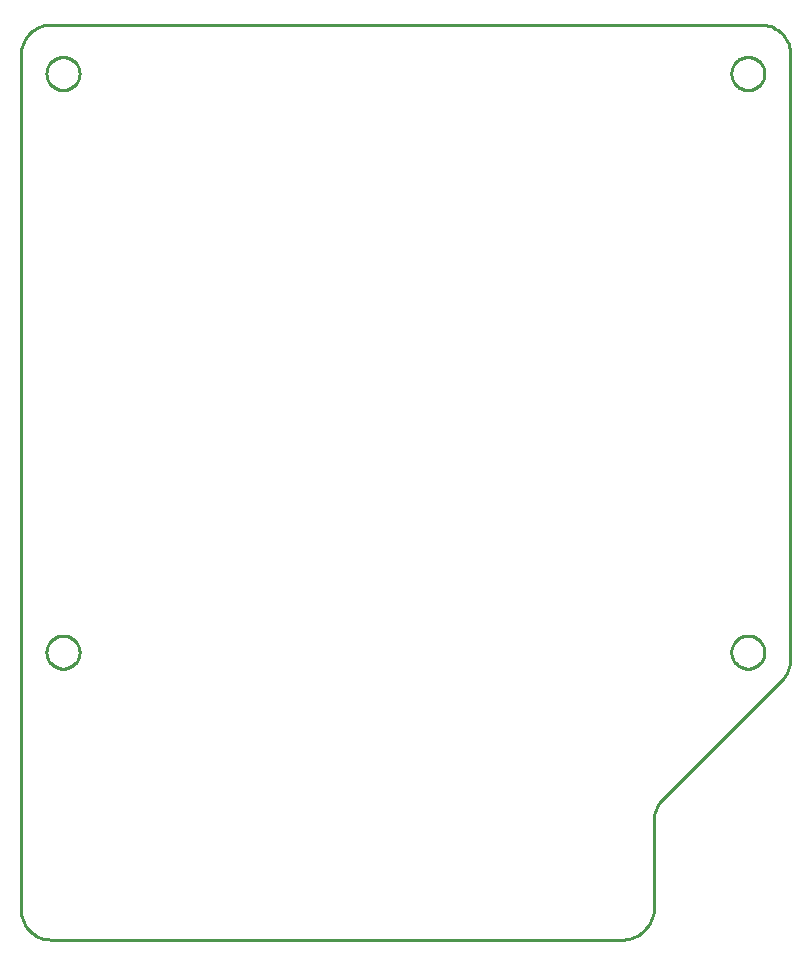
<source format=gbr>
G04 EAGLE Gerber RS-274X export*
G75*
%MOMM*%
%FSLAX34Y34*%
%LPD*%
%IN*%
%IPPOS*%
%AMOC8*
5,1,8,0,0,1.08239X$1,22.5*%
G01*
%ADD10C,0.254000*%


D10*
X0Y25400D02*
X97Y23186D01*
X386Y20989D01*
X865Y18826D01*
X1532Y16713D01*
X2380Y14666D01*
X3403Y12700D01*
X4594Y10831D01*
X5942Y9073D01*
X7440Y7440D01*
X9073Y5942D01*
X10831Y4594D01*
X12700Y3403D01*
X14666Y2380D01*
X16713Y1532D01*
X18826Y865D01*
X20989Y386D01*
X23186Y97D01*
X25400Y0D01*
X508000Y0D01*
X510329Y-9D01*
X512651Y185D01*
X514946Y580D01*
X517198Y1174D01*
X519390Y1962D01*
X521505Y2938D01*
X523527Y4095D01*
X525440Y5423D01*
X527231Y6913D01*
X528884Y8554D01*
X530388Y10332D01*
X531732Y12235D01*
X532905Y14248D01*
X533897Y16355D01*
X534703Y18541D01*
X535314Y20788D01*
X535728Y23080D01*
X535940Y25400D01*
X535940Y101157D01*
X536037Y103370D01*
X536326Y105567D01*
X536806Y107731D01*
X537472Y109844D01*
X538320Y111891D01*
X539343Y113857D01*
X540534Y115726D01*
X541882Y117483D01*
X543380Y119117D01*
X543479Y119216D01*
X643971Y218604D01*
X645658Y220722D01*
X647154Y222979D01*
X648447Y225358D01*
X649529Y227841D01*
X650389Y230409D01*
X651023Y233041D01*
X651425Y235719D01*
X651592Y238422D01*
X651522Y241129D01*
X651510Y241300D01*
X651510Y749300D01*
X651413Y751514D01*
X651124Y753711D01*
X650645Y755874D01*
X649978Y757987D01*
X649130Y760035D01*
X648107Y762000D01*
X646916Y763869D01*
X645568Y765627D01*
X644071Y767261D01*
X642437Y768758D01*
X640679Y770106D01*
X638810Y771297D01*
X636845Y772320D01*
X634797Y773168D01*
X632684Y773835D01*
X630521Y774314D01*
X628324Y774603D01*
X626110Y774700D01*
X26618Y774700D01*
X24346Y774652D01*
X22088Y774406D01*
X19859Y773964D01*
X17678Y773329D01*
X15560Y772507D01*
X13521Y771503D01*
X11578Y770326D01*
X9746Y768983D01*
X8037Y767486D01*
X6465Y765846D01*
X5042Y764075D01*
X3778Y762186D01*
X2684Y760195D01*
X1768Y758116D01*
X1037Y755965D01*
X495Y753759D01*
X149Y751513D01*
X0Y749300D01*
X0Y25400D01*
X49700Y732700D02*
X49629Y731703D01*
X49486Y730713D01*
X49274Y729736D01*
X48992Y728776D01*
X48643Y727839D01*
X48227Y726929D01*
X47748Y726052D01*
X47207Y725210D01*
X46608Y724410D01*
X45953Y723654D01*
X45246Y722947D01*
X44490Y722292D01*
X43690Y721693D01*
X42848Y721152D01*
X41971Y720673D01*
X41061Y720257D01*
X40124Y719908D01*
X39165Y719626D01*
X38187Y719414D01*
X37198Y719271D01*
X36200Y719200D01*
X35200Y719200D01*
X34203Y719271D01*
X33213Y719414D01*
X32236Y719626D01*
X31276Y719908D01*
X30339Y720257D01*
X29429Y720673D01*
X28552Y721152D01*
X27710Y721693D01*
X26910Y722292D01*
X26154Y722947D01*
X25447Y723654D01*
X24792Y724410D01*
X24193Y725210D01*
X23652Y726052D01*
X23173Y726929D01*
X22757Y727839D01*
X22408Y728776D01*
X22126Y729736D01*
X21914Y730713D01*
X21771Y731703D01*
X21700Y732700D01*
X21700Y733700D01*
X21771Y734698D01*
X21914Y735687D01*
X22126Y736665D01*
X22408Y737624D01*
X22757Y738561D01*
X23173Y739471D01*
X23652Y740348D01*
X24193Y741190D01*
X24792Y741990D01*
X25447Y742746D01*
X26154Y743453D01*
X26910Y744108D01*
X27710Y744707D01*
X28552Y745248D01*
X29429Y745727D01*
X30339Y746143D01*
X31276Y746492D01*
X32236Y746774D01*
X33213Y746986D01*
X34203Y747129D01*
X35200Y747200D01*
X36200Y747200D01*
X37198Y747129D01*
X38187Y746986D01*
X39165Y746774D01*
X40124Y746492D01*
X41061Y746143D01*
X41971Y745727D01*
X42848Y745248D01*
X43690Y744707D01*
X44490Y744108D01*
X45246Y743453D01*
X45953Y742746D01*
X46608Y741990D01*
X47207Y741190D01*
X47748Y740348D01*
X48227Y739471D01*
X48643Y738561D01*
X48992Y737624D01*
X49274Y736665D01*
X49486Y735687D01*
X49629Y734698D01*
X49700Y733700D01*
X49700Y732700D01*
X629600Y732700D02*
X629529Y731703D01*
X629386Y730713D01*
X629174Y729736D01*
X628892Y728776D01*
X628543Y727839D01*
X628127Y726929D01*
X627648Y726052D01*
X627107Y725210D01*
X626508Y724410D01*
X625853Y723654D01*
X625146Y722947D01*
X624390Y722292D01*
X623590Y721693D01*
X622748Y721152D01*
X621871Y720673D01*
X620961Y720257D01*
X620024Y719908D01*
X619065Y719626D01*
X618087Y719414D01*
X617098Y719271D01*
X616100Y719200D01*
X615100Y719200D01*
X614103Y719271D01*
X613113Y719414D01*
X612136Y719626D01*
X611176Y719908D01*
X610239Y720257D01*
X609329Y720673D01*
X608452Y721152D01*
X607610Y721693D01*
X606810Y722292D01*
X606054Y722947D01*
X605347Y723654D01*
X604692Y724410D01*
X604093Y725210D01*
X603552Y726052D01*
X603073Y726929D01*
X602657Y727839D01*
X602308Y728776D01*
X602026Y729736D01*
X601814Y730713D01*
X601671Y731703D01*
X601600Y732700D01*
X601600Y733700D01*
X601671Y734698D01*
X601814Y735687D01*
X602026Y736665D01*
X602308Y737624D01*
X602657Y738561D01*
X603073Y739471D01*
X603552Y740348D01*
X604093Y741190D01*
X604692Y741990D01*
X605347Y742746D01*
X606054Y743453D01*
X606810Y744108D01*
X607610Y744707D01*
X608452Y745248D01*
X609329Y745727D01*
X610239Y746143D01*
X611176Y746492D01*
X612136Y746774D01*
X613113Y746986D01*
X614103Y747129D01*
X615100Y747200D01*
X616100Y747200D01*
X617098Y747129D01*
X618087Y746986D01*
X619065Y746774D01*
X620024Y746492D01*
X620961Y746143D01*
X621871Y745727D01*
X622748Y745248D01*
X623590Y744707D01*
X624390Y744108D01*
X625146Y743453D01*
X625853Y742746D01*
X626508Y741990D01*
X627107Y741190D01*
X627648Y740348D01*
X628127Y739471D01*
X628543Y738561D01*
X628892Y737624D01*
X629174Y736665D01*
X629386Y735687D01*
X629529Y734698D01*
X629600Y733700D01*
X629600Y732700D01*
X629600Y242800D02*
X629529Y241803D01*
X629386Y240813D01*
X629174Y239836D01*
X628892Y238876D01*
X628543Y237939D01*
X628127Y237029D01*
X627648Y236152D01*
X627107Y235310D01*
X626508Y234510D01*
X625853Y233754D01*
X625146Y233047D01*
X624390Y232392D01*
X623590Y231793D01*
X622748Y231252D01*
X621871Y230773D01*
X620961Y230357D01*
X620024Y230008D01*
X619065Y229726D01*
X618087Y229514D01*
X617098Y229371D01*
X616100Y229300D01*
X615100Y229300D01*
X614103Y229371D01*
X613113Y229514D01*
X612136Y229726D01*
X611176Y230008D01*
X610239Y230357D01*
X609329Y230773D01*
X608452Y231252D01*
X607610Y231793D01*
X606810Y232392D01*
X606054Y233047D01*
X605347Y233754D01*
X604692Y234510D01*
X604093Y235310D01*
X603552Y236152D01*
X603073Y237029D01*
X602657Y237939D01*
X602308Y238876D01*
X602026Y239836D01*
X601814Y240813D01*
X601671Y241803D01*
X601600Y242800D01*
X601600Y243800D01*
X601671Y244798D01*
X601814Y245787D01*
X602026Y246765D01*
X602308Y247724D01*
X602657Y248661D01*
X603073Y249571D01*
X603552Y250448D01*
X604093Y251290D01*
X604692Y252090D01*
X605347Y252846D01*
X606054Y253553D01*
X606810Y254208D01*
X607610Y254807D01*
X608452Y255348D01*
X609329Y255827D01*
X610239Y256243D01*
X611176Y256592D01*
X612136Y256874D01*
X613113Y257086D01*
X614103Y257229D01*
X615100Y257300D01*
X616100Y257300D01*
X617098Y257229D01*
X618087Y257086D01*
X619065Y256874D01*
X620024Y256592D01*
X620961Y256243D01*
X621871Y255827D01*
X622748Y255348D01*
X623590Y254807D01*
X624390Y254208D01*
X625146Y253553D01*
X625853Y252846D01*
X626508Y252090D01*
X627107Y251290D01*
X627648Y250448D01*
X628127Y249571D01*
X628543Y248661D01*
X628892Y247724D01*
X629174Y246765D01*
X629386Y245787D01*
X629529Y244798D01*
X629600Y243800D01*
X629600Y242800D01*
X49700Y242800D02*
X49629Y241803D01*
X49486Y240813D01*
X49274Y239836D01*
X48992Y238876D01*
X48643Y237939D01*
X48227Y237029D01*
X47748Y236152D01*
X47207Y235310D01*
X46608Y234510D01*
X45953Y233754D01*
X45246Y233047D01*
X44490Y232392D01*
X43690Y231793D01*
X42848Y231252D01*
X41971Y230773D01*
X41061Y230357D01*
X40124Y230008D01*
X39165Y229726D01*
X38187Y229514D01*
X37198Y229371D01*
X36200Y229300D01*
X35200Y229300D01*
X34203Y229371D01*
X33213Y229514D01*
X32236Y229726D01*
X31276Y230008D01*
X30339Y230357D01*
X29429Y230773D01*
X28552Y231252D01*
X27710Y231793D01*
X26910Y232392D01*
X26154Y233047D01*
X25447Y233754D01*
X24792Y234510D01*
X24193Y235310D01*
X23652Y236152D01*
X23173Y237029D01*
X22757Y237939D01*
X22408Y238876D01*
X22126Y239836D01*
X21914Y240813D01*
X21771Y241803D01*
X21700Y242800D01*
X21700Y243800D01*
X21771Y244798D01*
X21914Y245787D01*
X22126Y246765D01*
X22408Y247724D01*
X22757Y248661D01*
X23173Y249571D01*
X23652Y250448D01*
X24193Y251290D01*
X24792Y252090D01*
X25447Y252846D01*
X26154Y253553D01*
X26910Y254208D01*
X27710Y254807D01*
X28552Y255348D01*
X29429Y255827D01*
X30339Y256243D01*
X31276Y256592D01*
X32236Y256874D01*
X33213Y257086D01*
X34203Y257229D01*
X35200Y257300D01*
X36200Y257300D01*
X37198Y257229D01*
X38187Y257086D01*
X39165Y256874D01*
X40124Y256592D01*
X41061Y256243D01*
X41971Y255827D01*
X42848Y255348D01*
X43690Y254807D01*
X44490Y254208D01*
X45246Y253553D01*
X45953Y252846D01*
X46608Y252090D01*
X47207Y251290D01*
X47748Y250448D01*
X48227Y249571D01*
X48643Y248661D01*
X48992Y247724D01*
X49274Y246765D01*
X49486Y245787D01*
X49629Y244798D01*
X49700Y243800D01*
X49700Y242800D01*
M02*

</source>
